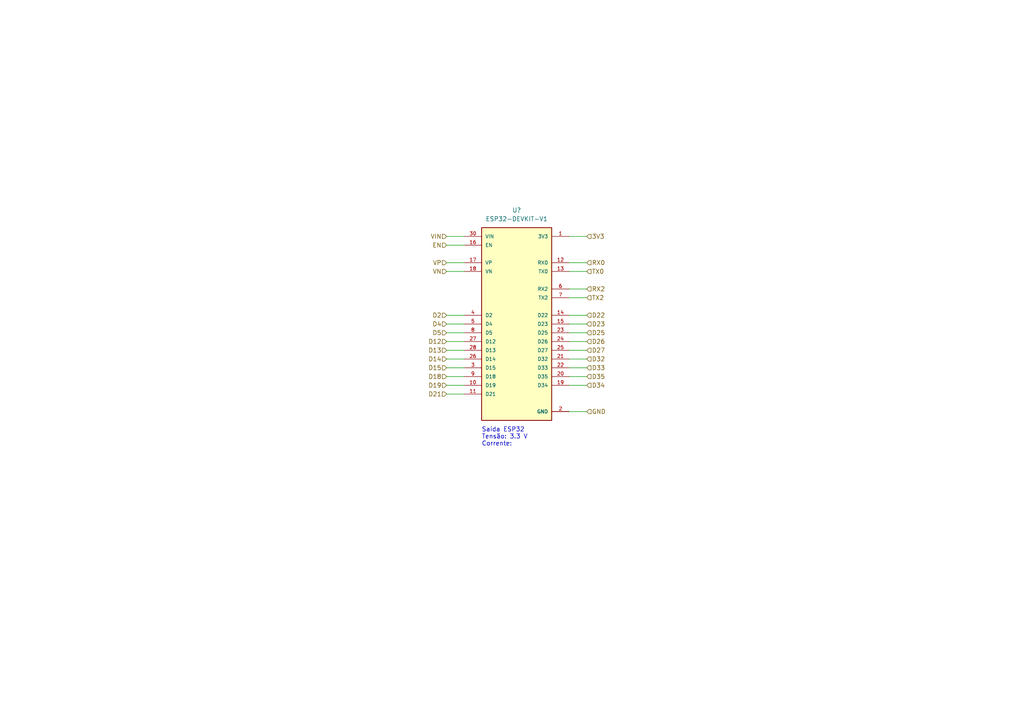
<source format=kicad_sch>
(kicad_sch (version 20211123) (generator eeschema)
  (paper "A4")
  (title_block (company "Version: ADA 0-0-0") (comment 1 "Low Fidelity Prototyped") (comment 3 "Author: Thiago Martins de Sousa") (comment 4 "UnB - FGA | Eletronic Engineering"))
  (lib_symbols
    (symbol "ESP32-DEVKIT-V1:ESP32-DEVKIT-V1" (pin_names (offset 1.016))
      (property "Reference" "U?" (at 0 33.02 0))
      (property "Value" "ESP32-DEVKIT-V1" (at 0 30.48 0))
      (symbol "ESP32-DEVKIT-V1_0_0"
        (rectangle (start -10.16 -27.94) (end 10.16 27.94) (stroke (width 0.254)) (fill (type background)))
        (pin power_in line (at 15.24 -25.4 180) (length 5.08) (name "GND") (number ""))
        (pin output line (at 15.24 25.4 180) (length 5.08) (name "3V3") (number "1"))
        (pin bidirectional line (at -15.24 -17.78 0) (length 5.08) (name "D19") (number "10"))
        (pin bidirectional line (at -15.24 -20.32 0) (length 5.08) (name "D21") (number "11"))
        (pin input line (at 15.24 17.78 180) (length 5.08) (name "RX0") (number "12"))
        (pin output line (at 15.24 15.24 180) (length 5.08) (name "TX0") (number "13"))
        (pin bidirectional line (at 15.24 2.54 180) (length 5.08) (name "D22") (number "14"))
        (pin bidirectional line (at 15.24 0 180) (length 5.08) (name "D23") (number "15"))
        (pin input line (at -15.24 22.86 0) (length 5.08) (name "EN") (number "16"))
        (pin bidirectional line (at -15.24 17.78 0) (length 5.08) (name "VP") (number "17"))
        (pin bidirectional line (at -15.24 15.24 0) (length 5.08) (name "VN") (number "18"))
        (pin bidirectional line (at 15.24 -17.78 180) (length 5.08) (name "D34") (number "19"))
        (pin power_in line (at 15.24 -25.4 180) (length 5.08) (name "GND") (number "2"))
        (pin bidirectional line (at 15.24 -15.24 180) (length 5.08) (name "D35") (number "20"))
        (pin bidirectional line (at 15.24 -10.16 180) (length 5.08) (name "D32") (number "21"))
        (pin bidirectional line (at 15.24 -12.7 180) (length 5.08) (name "D33") (number "22"))
        (pin bidirectional line (at 15.24 -2.54 180) (length 5.08) (name "D25") (number "23"))
        (pin bidirectional line (at 15.24 -5.08 180) (length 5.08) (name "D26") (number "24"))
        (pin bidirectional line (at 15.24 -7.62 180) (length 5.08) (name "D27") (number "25"))
        (pin bidirectional line (at -15.24 -10.16 0) (length 5.08) (name "D14") (number "26"))
        (pin bidirectional line (at -15.24 -5.08 0) (length 5.08) (name "D12") (number "27"))
        (pin bidirectional line (at -15.24 -7.62 0) (length 5.08) (name "D13") (number "28"))
        (pin bidirectional line (at -15.24 -12.7 0) (length 5.08) (name "D15") (number "3"))
        (pin input line (at -15.24 25.4 0) (length 5.08) (name "VIN") (number "30"))
        (pin bidirectional line (at -15.24 2.54 0) (length 5.08) (name "D2") (number "4"))
        (pin bidirectional line (at -15.24 0 0) (length 5.08) (name "D4") (number "5"))
        (pin input line (at 15.24 10.16 180) (length 5.08) (name "RX2") (number "6"))
        (pin output line (at 15.24 7.62 180) (length 5.08) (name "TX2") (number "7"))
        (pin bidirectional line (at -15.24 -2.54 0) (length 5.08) (name "D5") (number "8"))
        (pin bidirectional line (at -15.24 -15.24 0) (length 5.08) (name "D18") (number "9"))
      )
    )
  )
  (wire (pts (xy 129.54 96.52) (xy 134.62 96.52)))
  (wire (pts (xy 165.1 99.06) (xy 170.18 99.06)))
  (wire (pts (xy 129.54 114.3) (xy 134.62 114.3)))
  (wire (pts (xy 129.54 78.74) (xy 134.62 78.74)))
  (wire (pts (xy 165.1 78.74) (xy 170.18 78.74)))
  (wire (pts (xy 165.1 83.82) (xy 170.18 83.82)))
  (wire (pts (xy 165.1 111.76) (xy 170.18 111.76)))
  (wire (pts (xy 165.1 109.22) (xy 170.18 109.22)))
  (wire (pts (xy 129.54 111.76) (xy 134.62 111.76)))
  (wire (pts (xy 165.1 86.36) (xy 170.18 86.36)))
  (wire (pts (xy 129.54 109.22) (xy 134.62 109.22)))
  (wire (pts (xy 165.1 93.98) (xy 170.18 93.98)))
  (wire (pts (xy 129.54 99.06) (xy 134.62 99.06)))
  (wire (pts (xy 165.1 68.58) (xy 170.18 68.58)))
  (wire (pts (xy 165.1 76.2) (xy 170.18 76.2)))
  (wire (pts (xy 165.1 91.44) (xy 170.18 91.44)))
  (wire (pts (xy 129.54 91.44) (xy 134.62 91.44)))
  (wire (pts (xy 129.54 104.14) (xy 134.62 104.14)))
  (wire (pts (xy 165.1 106.68) (xy 170.18 106.68)))
  (wire (pts (xy 129.54 71.12) (xy 134.62 71.12)))
  (wire (pts (xy 129.54 106.68) (xy 134.62 106.68)))
  (wire (pts (xy 129.54 93.98) (xy 134.62 93.98)))
  (wire (pts (xy 129.54 76.2) (xy 134.62 76.2)))
  (wire (pts (xy 165.1 104.14) (xy 170.18 104.14)))
  (wire (pts (xy 165.1 96.52) (xy 170.18 96.52)))
  (wire (pts (xy 129.54 101.6) (xy 134.62 101.6)))
  (wire (pts (xy 129.54 68.58) (xy 134.62 68.58)))
  (wire (pts (xy 165.1 119.38) (xy 170.18 119.38)))
  (wire (pts (xy 165.1 101.6) (xy 170.18 101.6)))
  (text "Saída ESP32\nTensão: 3.3 V\nCorrente: " (at 139.7 129.54 0) (effects (font (size 1.27 1.27)) (justify left bottom)))
  (hierarchical_label "D25" (shape input) (at 170.18 96.52 0))
  (hierarchical_label "GND" (shape input) (at 170.18 119.38 0))
  (hierarchical_label "VIN" (shape input) (at 129.54 68.58 180))
  (hierarchical_label "D5" (shape input) (at 129.54 96.52 180))
  (hierarchical_label "D2" (shape input) (at 129.54 91.44 180))
  (hierarchical_label "D19" (shape input) (at 129.54 111.76 180))
  (hierarchical_label "D15" (shape input) (at 129.54 106.68 180))
  (hierarchical_label "3V3" (shape input) (at 170.18 68.58 0))
  (hierarchical_label "D4" (shape input) (at 129.54 93.98 180))
  (hierarchical_label "D32" (shape input) (at 170.18 104.14 0))
  (hierarchical_label "D14" (shape input) (at 129.54 104.14 180))
  (hierarchical_label "D23" (shape input) (at 170.18 93.98 0))
  (hierarchical_label "D13" (shape input) (at 129.54 101.6 180))
  (hierarchical_label "D12" (shape input) (at 129.54 99.06 180))
  (hierarchical_label "D27" (shape input) (at 170.18 101.6 0))
  (hierarchical_label "TX0" (shape input) (at 170.18 78.74 0))
  (hierarchical_label "D21" (shape input) (at 129.54 114.3 180))
  (hierarchical_label "D26" (shape input) (at 170.18 99.06 0))
  (hierarchical_label "D18" (shape input) (at 129.54 109.22 180))
  (hierarchical_label "RX2" (shape input) (at 170.18 83.82 0))
  (hierarchical_label "RX0" (shape input) (at 170.18 76.2 0))
  (hierarchical_label "VP" (shape input) (at 129.54 76.2 180))
  (hierarchical_label "D33" (shape input) (at 170.18 106.68 0))
  (hierarchical_label "VN" (shape input) (at 129.54 78.74 180))
  (hierarchical_label "D34" (shape input) (at 170.18 111.76 0))
  (hierarchical_label "D35" (shape input) (at 170.18 109.22 0))
  (hierarchical_label "TX2" (shape input) (at 170.18 86.36 0))
  (hierarchical_label "EN" (shape input) (at 129.54 71.12 180))
  (hierarchical_label "D22" (shape input) (at 170.18 91.44 0))
  (symbol (lib_id "ESP32-DEVKIT-V1:ESP32-DEVKIT-V1") (at 149.86 93.98 0) (unit 1)
    (property "Reference" "U?" (at 149.86 60.96 0))
    (property "Value" "ESP32-DEVKIT-V1" (at 149.86 63.5 0))
    (property "Footprint" "MODULE_ESP32_DEVKIT_V1" (effects hide))
    (property "STANDARD" "Manufacturer Recommendations" (effects hide))
    (property "MAXIMUM_PACKAGE_HEIGHT" "6.8 mm" (effects hide))
    (property "MANUFACTURER" "DOIT" (effects hide))
    (property "PARTREV" "N/A" (effects hide))
  )
)
</source>
